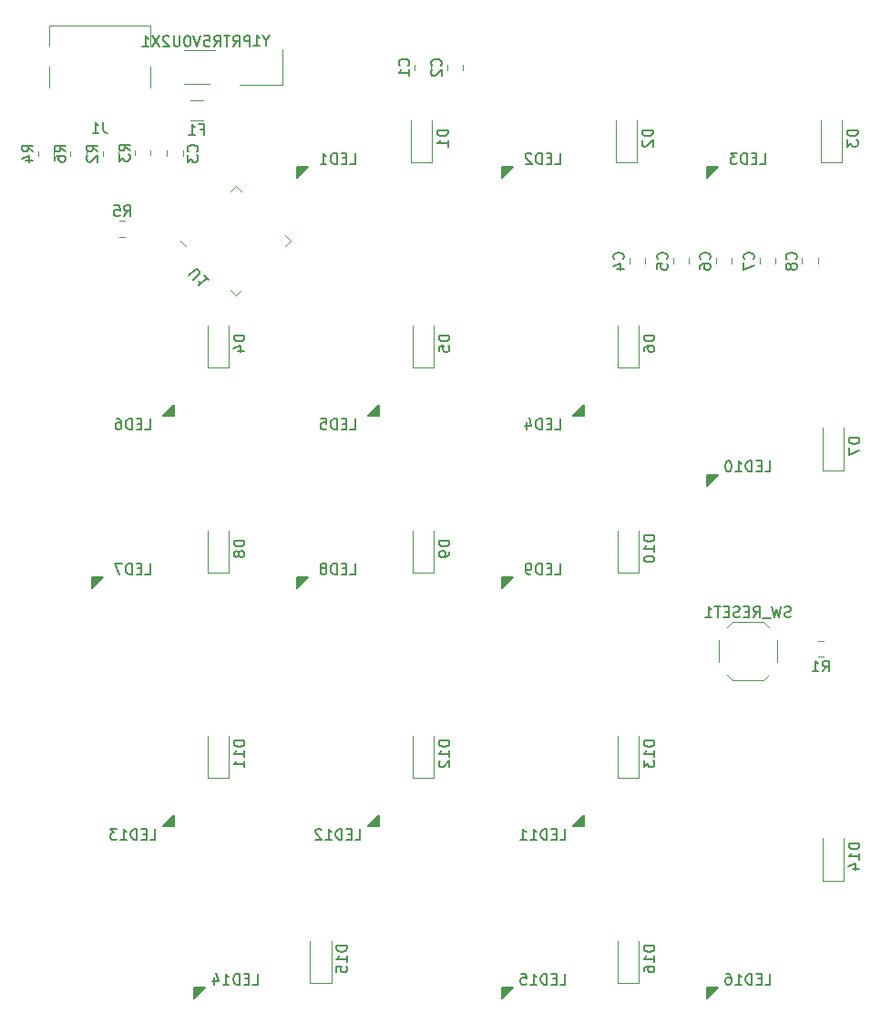
<source format=gbr>
G04 #@! TF.GenerationSoftware,KiCad,Pcbnew,(6.0.0)*
G04 #@! TF.CreationDate,2022-01-07T00:00:26+09:00*
G04 #@! TF.ProjectId,SkeletonNumPad,536b656c-6574-46f6-9e4e-756d5061642e,rev?*
G04 #@! TF.SameCoordinates,Original*
G04 #@! TF.FileFunction,Legend,Bot*
G04 #@! TF.FilePolarity,Positive*
%FSLAX46Y46*%
G04 Gerber Fmt 4.6, Leading zero omitted, Abs format (unit mm)*
G04 Created by KiCad (PCBNEW (6.0.0)) date 2022-01-07 00:00:26*
%MOMM*%
%LPD*%
G01*
G04 APERTURE LIST*
%ADD10C,0.150000*%
%ADD11C,0.120000*%
G04 APERTURE END LIST*
D10*
X77309047Y-55612380D02*
X77785238Y-55612380D01*
X77785238Y-54612380D01*
X76975714Y-55088571D02*
X76642380Y-55088571D01*
X76499523Y-55612380D02*
X76975714Y-55612380D01*
X76975714Y-54612380D01*
X76499523Y-54612380D01*
X76070952Y-55612380D02*
X76070952Y-54612380D01*
X75832857Y-54612380D01*
X75690000Y-54660000D01*
X75594761Y-54755238D01*
X75547142Y-54850476D01*
X75499523Y-55040952D01*
X75499523Y-55183809D01*
X75547142Y-55374285D01*
X75594761Y-55469523D01*
X75690000Y-55564761D01*
X75832857Y-55612380D01*
X76070952Y-55612380D01*
X74642380Y-54945714D02*
X74642380Y-55612380D01*
X74880476Y-54564761D02*
X75118571Y-55279047D01*
X74499523Y-55279047D01*
X49210238Y-107162380D02*
X49686428Y-107162380D01*
X49686428Y-106162380D01*
X48876904Y-106638571D02*
X48543571Y-106638571D01*
X48400714Y-107162380D02*
X48876904Y-107162380D01*
X48876904Y-106162380D01*
X48400714Y-106162380D01*
X47972142Y-107162380D02*
X47972142Y-106162380D01*
X47734047Y-106162380D01*
X47591190Y-106210000D01*
X47495952Y-106305238D01*
X47448333Y-106400476D01*
X47400714Y-106590952D01*
X47400714Y-106733809D01*
X47448333Y-106924285D01*
X47495952Y-107019523D01*
X47591190Y-107114761D01*
X47734047Y-107162380D01*
X47972142Y-107162380D01*
X46448333Y-107162380D02*
X47019761Y-107162380D01*
X46734047Y-107162380D02*
X46734047Y-106162380D01*
X46829285Y-106305238D01*
X46924523Y-106400476D01*
X47019761Y-106448095D01*
X45591190Y-106495714D02*
X45591190Y-107162380D01*
X45829285Y-106114761D02*
X46067380Y-106829047D01*
X45448333Y-106829047D01*
X86402380Y-27836904D02*
X85402380Y-27836904D01*
X85402380Y-28075000D01*
X85450000Y-28217857D01*
X85545238Y-28313095D01*
X85640476Y-28360714D01*
X85830952Y-28408333D01*
X85973809Y-28408333D01*
X86164285Y-28360714D01*
X86259523Y-28313095D01*
X86354761Y-28217857D01*
X86402380Y-28075000D01*
X86402380Y-27836904D01*
X85497619Y-28789285D02*
X85450000Y-28836904D01*
X85402380Y-28932142D01*
X85402380Y-29170238D01*
X85450000Y-29265476D01*
X85497619Y-29313095D01*
X85592857Y-29360714D01*
X85688095Y-29360714D01*
X85830952Y-29313095D01*
X86402380Y-28741666D01*
X86402380Y-29360714D01*
X39209047Y-55612380D02*
X39685238Y-55612380D01*
X39685238Y-54612380D01*
X38875714Y-55088571D02*
X38542380Y-55088571D01*
X38399523Y-55612380D02*
X38875714Y-55612380D01*
X38875714Y-54612380D01*
X38399523Y-54612380D01*
X37970952Y-55612380D02*
X37970952Y-54612380D01*
X37732857Y-54612380D01*
X37590000Y-54660000D01*
X37494761Y-54755238D01*
X37447142Y-54850476D01*
X37399523Y-55040952D01*
X37399523Y-55183809D01*
X37447142Y-55374285D01*
X37494761Y-55469523D01*
X37590000Y-55564761D01*
X37732857Y-55612380D01*
X37970952Y-55612380D01*
X36542380Y-54612380D02*
X36732857Y-54612380D01*
X36828095Y-54660000D01*
X36875714Y-54707619D01*
X36970952Y-54850476D01*
X37018571Y-55040952D01*
X37018571Y-55421904D01*
X36970952Y-55517142D01*
X36923333Y-55564761D01*
X36828095Y-55612380D01*
X36637619Y-55612380D01*
X36542380Y-55564761D01*
X36494761Y-55517142D01*
X36447142Y-55421904D01*
X36447142Y-55183809D01*
X36494761Y-55088571D01*
X36542380Y-55040952D01*
X36637619Y-54993333D01*
X36828095Y-54993333D01*
X36923333Y-55040952D01*
X36970952Y-55088571D01*
X37018571Y-55183809D01*
X99677142Y-39833333D02*
X99724761Y-39785714D01*
X99772380Y-39642857D01*
X99772380Y-39547619D01*
X99724761Y-39404761D01*
X99629523Y-39309523D01*
X99534285Y-39261904D01*
X99343809Y-39214285D01*
X99200952Y-39214285D01*
X99010476Y-39261904D01*
X98915238Y-39309523D01*
X98820000Y-39404761D01*
X98772380Y-39547619D01*
X98772380Y-39642857D01*
X98820000Y-39785714D01*
X98867619Y-39833333D01*
X99200952Y-40404761D02*
X99153333Y-40309523D01*
X99105714Y-40261904D01*
X99010476Y-40214285D01*
X98962857Y-40214285D01*
X98867619Y-40261904D01*
X98820000Y-40309523D01*
X98772380Y-40404761D01*
X98772380Y-40595238D01*
X98820000Y-40690476D01*
X98867619Y-40738095D01*
X98962857Y-40785714D01*
X99010476Y-40785714D01*
X99105714Y-40738095D01*
X99153333Y-40690476D01*
X99200952Y-40595238D01*
X99200952Y-40404761D01*
X99248571Y-40309523D01*
X99296190Y-40261904D01*
X99391428Y-40214285D01*
X99581904Y-40214285D01*
X99677142Y-40261904D01*
X99724761Y-40309523D01*
X99772380Y-40404761D01*
X99772380Y-40595238D01*
X99724761Y-40690476D01*
X99677142Y-40738095D01*
X99581904Y-40785714D01*
X99391428Y-40785714D01*
X99296190Y-40738095D01*
X99248571Y-40690476D01*
X99200952Y-40595238D01*
X77309047Y-69062380D02*
X77785238Y-69062380D01*
X77785238Y-68062380D01*
X76975714Y-68538571D02*
X76642380Y-68538571D01*
X76499523Y-69062380D02*
X76975714Y-69062380D01*
X76975714Y-68062380D01*
X76499523Y-68062380D01*
X76070952Y-69062380D02*
X76070952Y-68062380D01*
X75832857Y-68062380D01*
X75690000Y-68110000D01*
X75594761Y-68205238D01*
X75547142Y-68300476D01*
X75499523Y-68490952D01*
X75499523Y-68633809D01*
X75547142Y-68824285D01*
X75594761Y-68919523D01*
X75690000Y-69014761D01*
X75832857Y-69062380D01*
X76070952Y-69062380D01*
X75023333Y-69062380D02*
X74832857Y-69062380D01*
X74737619Y-69014761D01*
X74690000Y-68967142D01*
X74594761Y-68824285D01*
X74547142Y-68633809D01*
X74547142Y-68252857D01*
X74594761Y-68157619D01*
X74642380Y-68110000D01*
X74737619Y-68062380D01*
X74928095Y-68062380D01*
X75023333Y-68110000D01*
X75070952Y-68157619D01*
X75118571Y-68252857D01*
X75118571Y-68490952D01*
X75070952Y-68586190D01*
X75023333Y-68633809D01*
X74928095Y-68681428D01*
X74737619Y-68681428D01*
X74642380Y-68633809D01*
X74594761Y-68586190D01*
X74547142Y-68490952D01*
X67502380Y-46886904D02*
X66502380Y-46886904D01*
X66502380Y-47125000D01*
X66550000Y-47267857D01*
X66645238Y-47363095D01*
X66740476Y-47410714D01*
X66930952Y-47458333D01*
X67073809Y-47458333D01*
X67264285Y-47410714D01*
X67359523Y-47363095D01*
X67454761Y-47267857D01*
X67502380Y-47125000D01*
X67502380Y-46886904D01*
X66502380Y-48363095D02*
X66502380Y-47886904D01*
X66978571Y-47839285D01*
X66930952Y-47886904D01*
X66883333Y-47982142D01*
X66883333Y-48220238D01*
X66930952Y-48315476D01*
X66978571Y-48363095D01*
X67073809Y-48410714D01*
X67311904Y-48410714D01*
X67407142Y-48363095D01*
X67454761Y-48315476D01*
X67502380Y-48220238D01*
X67502380Y-47982142D01*
X67454761Y-47886904D01*
X67407142Y-47839285D01*
X66677142Y-21833333D02*
X66724761Y-21785714D01*
X66772380Y-21642857D01*
X66772380Y-21547619D01*
X66724761Y-21404761D01*
X66629523Y-21309523D01*
X66534285Y-21261904D01*
X66343809Y-21214285D01*
X66200952Y-21214285D01*
X66010476Y-21261904D01*
X65915238Y-21309523D01*
X65820000Y-21404761D01*
X65772380Y-21547619D01*
X65772380Y-21642857D01*
X65820000Y-21785714D01*
X65867619Y-21833333D01*
X65867619Y-22214285D02*
X65820000Y-22261904D01*
X65772380Y-22357142D01*
X65772380Y-22595238D01*
X65820000Y-22690476D01*
X65867619Y-22738095D01*
X65962857Y-22785714D01*
X66058095Y-22785714D01*
X66200952Y-22738095D01*
X66772380Y-22166666D01*
X66772380Y-22785714D01*
X86552380Y-84510714D02*
X85552380Y-84510714D01*
X85552380Y-84748809D01*
X85600000Y-84891666D01*
X85695238Y-84986904D01*
X85790476Y-85034523D01*
X85980952Y-85082142D01*
X86123809Y-85082142D01*
X86314285Y-85034523D01*
X86409523Y-84986904D01*
X86504761Y-84891666D01*
X86552380Y-84748809D01*
X86552380Y-84510714D01*
X86552380Y-86034523D02*
X86552380Y-85463095D01*
X86552380Y-85748809D02*
X85552380Y-85748809D01*
X85695238Y-85653571D01*
X85790476Y-85558333D01*
X85838095Y-85463095D01*
X85552380Y-86367857D02*
X85552380Y-86986904D01*
X85933333Y-86653571D01*
X85933333Y-86796428D01*
X85980952Y-86891666D01*
X86028571Y-86939285D01*
X86123809Y-86986904D01*
X86361904Y-86986904D01*
X86457142Y-86939285D01*
X86504761Y-86891666D01*
X86552380Y-86796428D01*
X86552380Y-86510714D01*
X86504761Y-86415476D01*
X86457142Y-86367857D01*
X77785238Y-107162380D02*
X78261428Y-107162380D01*
X78261428Y-106162380D01*
X77451904Y-106638571D02*
X77118571Y-106638571D01*
X76975714Y-107162380D02*
X77451904Y-107162380D01*
X77451904Y-106162380D01*
X76975714Y-106162380D01*
X76547142Y-107162380D02*
X76547142Y-106162380D01*
X76309047Y-106162380D01*
X76166190Y-106210000D01*
X76070952Y-106305238D01*
X76023333Y-106400476D01*
X75975714Y-106590952D01*
X75975714Y-106733809D01*
X76023333Y-106924285D01*
X76070952Y-107019523D01*
X76166190Y-107114761D01*
X76309047Y-107162380D01*
X76547142Y-107162380D01*
X75023333Y-107162380D02*
X75594761Y-107162380D01*
X75309047Y-107162380D02*
X75309047Y-106162380D01*
X75404285Y-106305238D01*
X75499523Y-106400476D01*
X75594761Y-106448095D01*
X74118571Y-106162380D02*
X74594761Y-106162380D01*
X74642380Y-106638571D01*
X74594761Y-106590952D01*
X74499523Y-106543333D01*
X74261428Y-106543333D01*
X74166190Y-106590952D01*
X74118571Y-106638571D01*
X74070952Y-106733809D01*
X74070952Y-106971904D01*
X74118571Y-107067142D01*
X74166190Y-107114761D01*
X74261428Y-107162380D01*
X74499523Y-107162380D01*
X74594761Y-107114761D01*
X74642380Y-107067142D01*
X28802380Y-29833333D02*
X28326190Y-29500000D01*
X28802380Y-29261904D02*
X27802380Y-29261904D01*
X27802380Y-29642857D01*
X27850000Y-29738095D01*
X27897619Y-29785714D01*
X27992857Y-29833333D01*
X28135714Y-29833333D01*
X28230952Y-29785714D01*
X28278571Y-29738095D01*
X28326190Y-29642857D01*
X28326190Y-29261904D01*
X28135714Y-30690476D02*
X28802380Y-30690476D01*
X27754761Y-30452380D02*
X28469047Y-30214285D01*
X28469047Y-30833333D01*
X37802380Y-29745833D02*
X37326190Y-29412500D01*
X37802380Y-29174404D02*
X36802380Y-29174404D01*
X36802380Y-29555357D01*
X36850000Y-29650595D01*
X36897619Y-29698214D01*
X36992857Y-29745833D01*
X37135714Y-29745833D01*
X37230952Y-29698214D01*
X37278571Y-29650595D01*
X37326190Y-29555357D01*
X37326190Y-29174404D01*
X36802380Y-30079166D02*
X36802380Y-30698214D01*
X37183333Y-30364880D01*
X37183333Y-30507738D01*
X37230952Y-30602976D01*
X37278571Y-30650595D01*
X37373809Y-30698214D01*
X37611904Y-30698214D01*
X37707142Y-30650595D01*
X37754761Y-30602976D01*
X37802380Y-30507738D01*
X37802380Y-30222023D01*
X37754761Y-30126785D01*
X37707142Y-30079166D01*
X99226190Y-73004761D02*
X99083333Y-73052380D01*
X98845238Y-73052380D01*
X98750000Y-73004761D01*
X98702380Y-72957142D01*
X98654761Y-72861904D01*
X98654761Y-72766666D01*
X98702380Y-72671428D01*
X98750000Y-72623809D01*
X98845238Y-72576190D01*
X99035714Y-72528571D01*
X99130952Y-72480952D01*
X99178571Y-72433333D01*
X99226190Y-72338095D01*
X99226190Y-72242857D01*
X99178571Y-72147619D01*
X99130952Y-72100000D01*
X99035714Y-72052380D01*
X98797619Y-72052380D01*
X98654761Y-72100000D01*
X98321428Y-72052380D02*
X98083333Y-73052380D01*
X97892857Y-72338095D01*
X97702380Y-73052380D01*
X97464285Y-72052380D01*
X97321428Y-73147619D02*
X96559523Y-73147619D01*
X95750000Y-73052380D02*
X96083333Y-72576190D01*
X96321428Y-73052380D02*
X96321428Y-72052380D01*
X95940476Y-72052380D01*
X95845238Y-72100000D01*
X95797619Y-72147619D01*
X95750000Y-72242857D01*
X95750000Y-72385714D01*
X95797619Y-72480952D01*
X95845238Y-72528571D01*
X95940476Y-72576190D01*
X96321428Y-72576190D01*
X95321428Y-72528571D02*
X94988095Y-72528571D01*
X94845238Y-73052380D02*
X95321428Y-73052380D01*
X95321428Y-72052380D01*
X94845238Y-72052380D01*
X94464285Y-73004761D02*
X94321428Y-73052380D01*
X94083333Y-73052380D01*
X93988095Y-73004761D01*
X93940476Y-72957142D01*
X93892857Y-72861904D01*
X93892857Y-72766666D01*
X93940476Y-72671428D01*
X93988095Y-72623809D01*
X94083333Y-72576190D01*
X94273809Y-72528571D01*
X94369047Y-72480952D01*
X94416666Y-72433333D01*
X94464285Y-72338095D01*
X94464285Y-72242857D01*
X94416666Y-72147619D01*
X94369047Y-72100000D01*
X94273809Y-72052380D01*
X94035714Y-72052380D01*
X93892857Y-72100000D01*
X93464285Y-72528571D02*
X93130952Y-72528571D01*
X92988095Y-73052380D02*
X93464285Y-73052380D01*
X93464285Y-72052380D01*
X92988095Y-72052380D01*
X92702380Y-72052380D02*
X92130952Y-72052380D01*
X92416666Y-73052380D02*
X92416666Y-72052380D01*
X91273809Y-73052380D02*
X91845238Y-73052380D01*
X91559523Y-73052380D02*
X91559523Y-72052380D01*
X91654761Y-72195238D01*
X91750000Y-72290476D01*
X91845238Y-72338095D01*
X91677142Y-39833333D02*
X91724761Y-39785714D01*
X91772380Y-39642857D01*
X91772380Y-39547619D01*
X91724761Y-39404761D01*
X91629523Y-39309523D01*
X91534285Y-39261904D01*
X91343809Y-39214285D01*
X91200952Y-39214285D01*
X91010476Y-39261904D01*
X90915238Y-39309523D01*
X90820000Y-39404761D01*
X90772380Y-39547619D01*
X90772380Y-39642857D01*
X90820000Y-39785714D01*
X90867619Y-39833333D01*
X90772380Y-40690476D02*
X90772380Y-40500000D01*
X90820000Y-40404761D01*
X90867619Y-40357142D01*
X91010476Y-40261904D01*
X91200952Y-40214285D01*
X91581904Y-40214285D01*
X91677142Y-40261904D01*
X91724761Y-40309523D01*
X91772380Y-40404761D01*
X91772380Y-40595238D01*
X91724761Y-40690476D01*
X91677142Y-40738095D01*
X91581904Y-40785714D01*
X91343809Y-40785714D01*
X91248571Y-40738095D01*
X91200952Y-40690476D01*
X91153333Y-40595238D01*
X91153333Y-40404761D01*
X91200952Y-40309523D01*
X91248571Y-40261904D01*
X91343809Y-40214285D01*
X50476190Y-19526190D02*
X50476190Y-20002380D01*
X50809523Y-19002380D02*
X50476190Y-19526190D01*
X50142857Y-19002380D01*
X49285714Y-20002380D02*
X49857142Y-20002380D01*
X49571428Y-20002380D02*
X49571428Y-19002380D01*
X49666666Y-19145238D01*
X49761904Y-19240476D01*
X49857142Y-19288095D01*
X31802380Y-29833333D02*
X31326190Y-29500000D01*
X31802380Y-29261904D02*
X30802380Y-29261904D01*
X30802380Y-29642857D01*
X30850000Y-29738095D01*
X30897619Y-29785714D01*
X30992857Y-29833333D01*
X31135714Y-29833333D01*
X31230952Y-29785714D01*
X31278571Y-29738095D01*
X31326190Y-29642857D01*
X31326190Y-29261904D01*
X30802380Y-30690476D02*
X30802380Y-30500000D01*
X30850000Y-30404761D01*
X30897619Y-30357142D01*
X31040476Y-30261904D01*
X31230952Y-30214285D01*
X31611904Y-30214285D01*
X31707142Y-30261904D01*
X31754761Y-30309523D01*
X31802380Y-30404761D01*
X31802380Y-30595238D01*
X31754761Y-30690476D01*
X31707142Y-30738095D01*
X31611904Y-30785714D01*
X31373809Y-30785714D01*
X31278571Y-30738095D01*
X31230952Y-30690476D01*
X31183333Y-30595238D01*
X31183333Y-30404761D01*
X31230952Y-30309523D01*
X31278571Y-30261904D01*
X31373809Y-30214285D01*
X105602380Y-56411904D02*
X104602380Y-56411904D01*
X104602380Y-56650000D01*
X104650000Y-56792857D01*
X104745238Y-56888095D01*
X104840476Y-56935714D01*
X105030952Y-56983333D01*
X105173809Y-56983333D01*
X105364285Y-56935714D01*
X105459523Y-56888095D01*
X105554761Y-56792857D01*
X105602380Y-56650000D01*
X105602380Y-56411904D01*
X104602380Y-57316666D02*
X104602380Y-57983333D01*
X105602380Y-57554761D01*
X86552380Y-65460714D02*
X85552380Y-65460714D01*
X85552380Y-65698809D01*
X85600000Y-65841666D01*
X85695238Y-65936904D01*
X85790476Y-65984523D01*
X85980952Y-66032142D01*
X86123809Y-66032142D01*
X86314285Y-65984523D01*
X86409523Y-65936904D01*
X86504761Y-65841666D01*
X86552380Y-65698809D01*
X86552380Y-65460714D01*
X86552380Y-66984523D02*
X86552380Y-66413095D01*
X86552380Y-66698809D02*
X85552380Y-66698809D01*
X85695238Y-66603571D01*
X85790476Y-66508333D01*
X85838095Y-66413095D01*
X85552380Y-67603571D02*
X85552380Y-67698809D01*
X85600000Y-67794047D01*
X85647619Y-67841666D01*
X85742857Y-67889285D01*
X85933333Y-67936904D01*
X86171428Y-67936904D01*
X86361904Y-67889285D01*
X86457142Y-67841666D01*
X86504761Y-67794047D01*
X86552380Y-67698809D01*
X86552380Y-67603571D01*
X86504761Y-67508333D01*
X86457142Y-67460714D01*
X86361904Y-67413095D01*
X86171428Y-67365476D01*
X85933333Y-67365476D01*
X85742857Y-67413095D01*
X85647619Y-67460714D01*
X85600000Y-67508333D01*
X85552380Y-67603571D01*
X57977380Y-103560714D02*
X56977380Y-103560714D01*
X56977380Y-103798809D01*
X57025000Y-103941666D01*
X57120238Y-104036904D01*
X57215476Y-104084523D01*
X57405952Y-104132142D01*
X57548809Y-104132142D01*
X57739285Y-104084523D01*
X57834523Y-104036904D01*
X57929761Y-103941666D01*
X57977380Y-103798809D01*
X57977380Y-103560714D01*
X57977380Y-105084523D02*
X57977380Y-104513095D01*
X57977380Y-104798809D02*
X56977380Y-104798809D01*
X57120238Y-104703571D01*
X57215476Y-104608333D01*
X57263095Y-104513095D01*
X56977380Y-105989285D02*
X56977380Y-105513095D01*
X57453571Y-105465476D01*
X57405952Y-105513095D01*
X57358333Y-105608333D01*
X57358333Y-105846428D01*
X57405952Y-105941666D01*
X57453571Y-105989285D01*
X57548809Y-106036904D01*
X57786904Y-106036904D01*
X57882142Y-105989285D01*
X57929761Y-105941666D01*
X57977380Y-105846428D01*
X57977380Y-105608333D01*
X57929761Y-105513095D01*
X57882142Y-105465476D01*
X77785238Y-93712380D02*
X78261428Y-93712380D01*
X78261428Y-92712380D01*
X77451904Y-93188571D02*
X77118571Y-93188571D01*
X76975714Y-93712380D02*
X77451904Y-93712380D01*
X77451904Y-92712380D01*
X76975714Y-92712380D01*
X76547142Y-93712380D02*
X76547142Y-92712380D01*
X76309047Y-92712380D01*
X76166190Y-92760000D01*
X76070952Y-92855238D01*
X76023333Y-92950476D01*
X75975714Y-93140952D01*
X75975714Y-93283809D01*
X76023333Y-93474285D01*
X76070952Y-93569523D01*
X76166190Y-93664761D01*
X76309047Y-93712380D01*
X76547142Y-93712380D01*
X75023333Y-93712380D02*
X75594761Y-93712380D01*
X75309047Y-93712380D02*
X75309047Y-92712380D01*
X75404285Y-92855238D01*
X75499523Y-92950476D01*
X75594761Y-92998095D01*
X74070952Y-93712380D02*
X74642380Y-93712380D01*
X74356666Y-93712380D02*
X74356666Y-92712380D01*
X74451904Y-92855238D01*
X74547142Y-92950476D01*
X74642380Y-92998095D01*
X44037142Y-29833333D02*
X44084761Y-29785714D01*
X44132380Y-29642857D01*
X44132380Y-29547619D01*
X44084761Y-29404761D01*
X43989523Y-29309523D01*
X43894285Y-29261904D01*
X43703809Y-29214285D01*
X43560952Y-29214285D01*
X43370476Y-29261904D01*
X43275238Y-29309523D01*
X43180000Y-29404761D01*
X43132380Y-29547619D01*
X43132380Y-29642857D01*
X43180000Y-29785714D01*
X43227619Y-29833333D01*
X43132380Y-30166666D02*
X43132380Y-30785714D01*
X43513333Y-30452380D01*
X43513333Y-30595238D01*
X43560952Y-30690476D01*
X43608571Y-30738095D01*
X43703809Y-30785714D01*
X43941904Y-30785714D01*
X44037142Y-30738095D01*
X44084761Y-30690476D01*
X44132380Y-30595238D01*
X44132380Y-30309523D01*
X44084761Y-30214285D01*
X44037142Y-30166666D01*
X105602380Y-94035714D02*
X104602380Y-94035714D01*
X104602380Y-94273809D01*
X104650000Y-94416666D01*
X104745238Y-94511904D01*
X104840476Y-94559523D01*
X105030952Y-94607142D01*
X105173809Y-94607142D01*
X105364285Y-94559523D01*
X105459523Y-94511904D01*
X105554761Y-94416666D01*
X105602380Y-94273809D01*
X105602380Y-94035714D01*
X105602380Y-95559523D02*
X105602380Y-94988095D01*
X105602380Y-95273809D02*
X104602380Y-95273809D01*
X104745238Y-95178571D01*
X104840476Y-95083333D01*
X104888095Y-94988095D01*
X104935714Y-96416666D02*
X105602380Y-96416666D01*
X104554761Y-96178571D02*
X105269047Y-95940476D01*
X105269047Y-96559523D01*
X48452380Y-84510714D02*
X47452380Y-84510714D01*
X47452380Y-84748809D01*
X47500000Y-84891666D01*
X47595238Y-84986904D01*
X47690476Y-85034523D01*
X47880952Y-85082142D01*
X48023809Y-85082142D01*
X48214285Y-85034523D01*
X48309523Y-84986904D01*
X48404761Y-84891666D01*
X48452380Y-84748809D01*
X48452380Y-84510714D01*
X48452380Y-86034523D02*
X48452380Y-85463095D01*
X48452380Y-85748809D02*
X47452380Y-85748809D01*
X47595238Y-85653571D01*
X47690476Y-85558333D01*
X47738095Y-85463095D01*
X48452380Y-86986904D02*
X48452380Y-86415476D01*
X48452380Y-86701190D02*
X47452380Y-86701190D01*
X47595238Y-86605952D01*
X47690476Y-86510714D01*
X47738095Y-86415476D01*
X48452380Y-46886904D02*
X47452380Y-46886904D01*
X47452380Y-47125000D01*
X47500000Y-47267857D01*
X47595238Y-47363095D01*
X47690476Y-47410714D01*
X47880952Y-47458333D01*
X48023809Y-47458333D01*
X48214285Y-47410714D01*
X48309523Y-47363095D01*
X48404761Y-47267857D01*
X48452380Y-47125000D01*
X48452380Y-46886904D01*
X47785714Y-48315476D02*
X48452380Y-48315476D01*
X47404761Y-48077380D02*
X48119047Y-47839285D01*
X48119047Y-48458333D01*
X63677142Y-21833333D02*
X63724761Y-21785714D01*
X63772380Y-21642857D01*
X63772380Y-21547619D01*
X63724761Y-21404761D01*
X63629523Y-21309523D01*
X63534285Y-21261904D01*
X63343809Y-21214285D01*
X63200952Y-21214285D01*
X63010476Y-21261904D01*
X62915238Y-21309523D01*
X62820000Y-21404761D01*
X62772380Y-21547619D01*
X62772380Y-21642857D01*
X62820000Y-21785714D01*
X62867619Y-21833333D01*
X63772380Y-22785714D02*
X63772380Y-22214285D01*
X63772380Y-22500000D02*
X62772380Y-22500000D01*
X62915238Y-22404761D01*
X63010476Y-22309523D01*
X63058095Y-22214285D01*
X102166666Y-78102380D02*
X102500000Y-77626190D01*
X102738095Y-78102380D02*
X102738095Y-77102380D01*
X102357142Y-77102380D01*
X102261904Y-77150000D01*
X102214285Y-77197619D01*
X102166666Y-77292857D01*
X102166666Y-77435714D01*
X102214285Y-77530952D01*
X102261904Y-77578571D01*
X102357142Y-77626190D01*
X102738095Y-77626190D01*
X101214285Y-78102380D02*
X101785714Y-78102380D01*
X101500000Y-78102380D02*
X101500000Y-77102380D01*
X101595238Y-77245238D01*
X101690476Y-77340476D01*
X101785714Y-77388095D01*
X105452380Y-27836904D02*
X104452380Y-27836904D01*
X104452380Y-28075000D01*
X104500000Y-28217857D01*
X104595238Y-28313095D01*
X104690476Y-28360714D01*
X104880952Y-28408333D01*
X105023809Y-28408333D01*
X105214285Y-28360714D01*
X105309523Y-28313095D01*
X105404761Y-28217857D01*
X105452380Y-28075000D01*
X105452380Y-27836904D01*
X104452380Y-28741666D02*
X104452380Y-29360714D01*
X104833333Y-29027380D01*
X104833333Y-29170238D01*
X104880952Y-29265476D01*
X104928571Y-29313095D01*
X105023809Y-29360714D01*
X105261904Y-29360714D01*
X105357142Y-29313095D01*
X105404761Y-29265476D01*
X105452380Y-29170238D01*
X105452380Y-28884523D01*
X105404761Y-28789285D01*
X105357142Y-28741666D01*
X83627142Y-39833333D02*
X83674761Y-39785714D01*
X83722380Y-39642857D01*
X83722380Y-39547619D01*
X83674761Y-39404761D01*
X83579523Y-39309523D01*
X83484285Y-39261904D01*
X83293809Y-39214285D01*
X83150952Y-39214285D01*
X82960476Y-39261904D01*
X82865238Y-39309523D01*
X82770000Y-39404761D01*
X82722380Y-39547619D01*
X82722380Y-39642857D01*
X82770000Y-39785714D01*
X82817619Y-39833333D01*
X83055714Y-40690476D02*
X83722380Y-40690476D01*
X82674761Y-40452380D02*
X83389047Y-40214285D01*
X83389047Y-40833333D01*
X95727142Y-39833333D02*
X95774761Y-39785714D01*
X95822380Y-39642857D01*
X95822380Y-39547619D01*
X95774761Y-39404761D01*
X95679523Y-39309523D01*
X95584285Y-39261904D01*
X95393809Y-39214285D01*
X95250952Y-39214285D01*
X95060476Y-39261904D01*
X94965238Y-39309523D01*
X94870000Y-39404761D01*
X94822380Y-39547619D01*
X94822380Y-39642857D01*
X94870000Y-39785714D01*
X94917619Y-39833333D01*
X94822380Y-40166666D02*
X94822380Y-40833333D01*
X95822380Y-40404761D01*
X67502380Y-84510714D02*
X66502380Y-84510714D01*
X66502380Y-84748809D01*
X66550000Y-84891666D01*
X66645238Y-84986904D01*
X66740476Y-85034523D01*
X66930952Y-85082142D01*
X67073809Y-85082142D01*
X67264285Y-85034523D01*
X67359523Y-84986904D01*
X67454761Y-84891666D01*
X67502380Y-84748809D01*
X67502380Y-84510714D01*
X67502380Y-86034523D02*
X67502380Y-85463095D01*
X67502380Y-85748809D02*
X66502380Y-85748809D01*
X66645238Y-85653571D01*
X66740476Y-85558333D01*
X66788095Y-85463095D01*
X66597619Y-86415476D02*
X66550000Y-86463095D01*
X66502380Y-86558333D01*
X66502380Y-86796428D01*
X66550000Y-86891666D01*
X66597619Y-86939285D01*
X66692857Y-86986904D01*
X66788095Y-86986904D01*
X66930952Y-86939285D01*
X67502380Y-86367857D01*
X67502380Y-86986904D01*
X67352380Y-27836904D02*
X66352380Y-27836904D01*
X66352380Y-28075000D01*
X66400000Y-28217857D01*
X66495238Y-28313095D01*
X66590476Y-28360714D01*
X66780952Y-28408333D01*
X66923809Y-28408333D01*
X67114285Y-28360714D01*
X67209523Y-28313095D01*
X67304761Y-28217857D01*
X67352380Y-28075000D01*
X67352380Y-27836904D01*
X67352380Y-29360714D02*
X67352380Y-28789285D01*
X67352380Y-29075000D02*
X66352380Y-29075000D01*
X66495238Y-28979761D01*
X66590476Y-28884523D01*
X66638095Y-28789285D01*
X48452380Y-65936904D02*
X47452380Y-65936904D01*
X47452380Y-66175000D01*
X47500000Y-66317857D01*
X47595238Y-66413095D01*
X47690476Y-66460714D01*
X47880952Y-66508333D01*
X48023809Y-66508333D01*
X48214285Y-66460714D01*
X48309523Y-66413095D01*
X48404761Y-66317857D01*
X48452380Y-66175000D01*
X48452380Y-65936904D01*
X47880952Y-67079761D02*
X47833333Y-66984523D01*
X47785714Y-66936904D01*
X47690476Y-66889285D01*
X47642857Y-66889285D01*
X47547619Y-66936904D01*
X47500000Y-66984523D01*
X47452380Y-67079761D01*
X47452380Y-67270238D01*
X47500000Y-67365476D01*
X47547619Y-67413095D01*
X47642857Y-67460714D01*
X47690476Y-67460714D01*
X47785714Y-67413095D01*
X47833333Y-67365476D01*
X47880952Y-67270238D01*
X47880952Y-67079761D01*
X47928571Y-66984523D01*
X47976190Y-66936904D01*
X48071428Y-66889285D01*
X48261904Y-66889285D01*
X48357142Y-66936904D01*
X48404761Y-66984523D01*
X48452380Y-67079761D01*
X48452380Y-67270238D01*
X48404761Y-67365476D01*
X48357142Y-67413095D01*
X48261904Y-67460714D01*
X48071428Y-67460714D01*
X47976190Y-67413095D01*
X47928571Y-67365476D01*
X47880952Y-67270238D01*
X48956190Y-20072380D02*
X48956190Y-19072380D01*
X48575238Y-19072380D01*
X48480000Y-19120000D01*
X48432380Y-19167619D01*
X48384761Y-19262857D01*
X48384761Y-19405714D01*
X48432380Y-19500952D01*
X48480000Y-19548571D01*
X48575238Y-19596190D01*
X48956190Y-19596190D01*
X47384761Y-20072380D02*
X47718095Y-19596190D01*
X47956190Y-20072380D02*
X47956190Y-19072380D01*
X47575238Y-19072380D01*
X47480000Y-19120000D01*
X47432380Y-19167619D01*
X47384761Y-19262857D01*
X47384761Y-19405714D01*
X47432380Y-19500952D01*
X47480000Y-19548571D01*
X47575238Y-19596190D01*
X47956190Y-19596190D01*
X47099047Y-19072380D02*
X46527619Y-19072380D01*
X46813333Y-20072380D02*
X46813333Y-19072380D01*
X45622857Y-20072380D02*
X45956190Y-19596190D01*
X46194285Y-20072380D02*
X46194285Y-19072380D01*
X45813333Y-19072380D01*
X45718095Y-19120000D01*
X45670476Y-19167619D01*
X45622857Y-19262857D01*
X45622857Y-19405714D01*
X45670476Y-19500952D01*
X45718095Y-19548571D01*
X45813333Y-19596190D01*
X46194285Y-19596190D01*
X44718095Y-19072380D02*
X45194285Y-19072380D01*
X45241904Y-19548571D01*
X45194285Y-19500952D01*
X45099047Y-19453333D01*
X44860952Y-19453333D01*
X44765714Y-19500952D01*
X44718095Y-19548571D01*
X44670476Y-19643809D01*
X44670476Y-19881904D01*
X44718095Y-19977142D01*
X44765714Y-20024761D01*
X44860952Y-20072380D01*
X45099047Y-20072380D01*
X45194285Y-20024761D01*
X45241904Y-19977142D01*
X44384761Y-19072380D02*
X44051428Y-20072380D01*
X43718095Y-19072380D01*
X43194285Y-19072380D02*
X43099047Y-19072380D01*
X43003809Y-19120000D01*
X42956190Y-19167619D01*
X42908571Y-19262857D01*
X42860952Y-19453333D01*
X42860952Y-19691428D01*
X42908571Y-19881904D01*
X42956190Y-19977142D01*
X43003809Y-20024761D01*
X43099047Y-20072380D01*
X43194285Y-20072380D01*
X43289523Y-20024761D01*
X43337142Y-19977142D01*
X43384761Y-19881904D01*
X43432380Y-19691428D01*
X43432380Y-19453333D01*
X43384761Y-19262857D01*
X43337142Y-19167619D01*
X43289523Y-19120000D01*
X43194285Y-19072380D01*
X42432380Y-19072380D02*
X42432380Y-19881904D01*
X42384761Y-19977142D01*
X42337142Y-20024761D01*
X42241904Y-20072380D01*
X42051428Y-20072380D01*
X41956190Y-20024761D01*
X41908571Y-19977142D01*
X41860952Y-19881904D01*
X41860952Y-19072380D01*
X41432380Y-19167619D02*
X41384761Y-19120000D01*
X41289523Y-19072380D01*
X41051428Y-19072380D01*
X40956190Y-19120000D01*
X40908571Y-19167619D01*
X40860952Y-19262857D01*
X40860952Y-19358095D01*
X40908571Y-19500952D01*
X41480000Y-20072380D01*
X40860952Y-20072380D01*
X40527619Y-19072380D02*
X39860952Y-20072380D01*
X39860952Y-19072380D02*
X40527619Y-20072380D01*
X38956190Y-20072380D02*
X39527619Y-20072380D01*
X39241904Y-20072380D02*
X39241904Y-19072380D01*
X39337142Y-19215238D01*
X39432380Y-19310476D01*
X39527619Y-19358095D01*
X96835238Y-107162380D02*
X97311428Y-107162380D01*
X97311428Y-106162380D01*
X96501904Y-106638571D02*
X96168571Y-106638571D01*
X96025714Y-107162380D02*
X96501904Y-107162380D01*
X96501904Y-106162380D01*
X96025714Y-106162380D01*
X95597142Y-107162380D02*
X95597142Y-106162380D01*
X95359047Y-106162380D01*
X95216190Y-106210000D01*
X95120952Y-106305238D01*
X95073333Y-106400476D01*
X95025714Y-106590952D01*
X95025714Y-106733809D01*
X95073333Y-106924285D01*
X95120952Y-107019523D01*
X95216190Y-107114761D01*
X95359047Y-107162380D01*
X95597142Y-107162380D01*
X94073333Y-107162380D02*
X94644761Y-107162380D01*
X94359047Y-107162380D02*
X94359047Y-106162380D01*
X94454285Y-106305238D01*
X94549523Y-106400476D01*
X94644761Y-106448095D01*
X93216190Y-106162380D02*
X93406666Y-106162380D01*
X93501904Y-106210000D01*
X93549523Y-106257619D01*
X93644761Y-106400476D01*
X93692380Y-106590952D01*
X93692380Y-106971904D01*
X93644761Y-107067142D01*
X93597142Y-107114761D01*
X93501904Y-107162380D01*
X93311428Y-107162380D01*
X93216190Y-107114761D01*
X93168571Y-107067142D01*
X93120952Y-106971904D01*
X93120952Y-106733809D01*
X93168571Y-106638571D01*
X93216190Y-106590952D01*
X93311428Y-106543333D01*
X93501904Y-106543333D01*
X93597142Y-106590952D01*
X93644761Y-106638571D01*
X93692380Y-106733809D01*
X37254166Y-35802380D02*
X37587500Y-35326190D01*
X37825595Y-35802380D02*
X37825595Y-34802380D01*
X37444642Y-34802380D01*
X37349404Y-34850000D01*
X37301785Y-34897619D01*
X37254166Y-34992857D01*
X37254166Y-35135714D01*
X37301785Y-35230952D01*
X37349404Y-35278571D01*
X37444642Y-35326190D01*
X37825595Y-35326190D01*
X36349404Y-34802380D02*
X36825595Y-34802380D01*
X36873214Y-35278571D01*
X36825595Y-35230952D01*
X36730357Y-35183333D01*
X36492261Y-35183333D01*
X36397023Y-35230952D01*
X36349404Y-35278571D01*
X36301785Y-35373809D01*
X36301785Y-35611904D01*
X36349404Y-35707142D01*
X36397023Y-35754761D01*
X36492261Y-35802380D01*
X36730357Y-35802380D01*
X36825595Y-35754761D01*
X36873214Y-35707142D01*
X39685238Y-93712380D02*
X40161428Y-93712380D01*
X40161428Y-92712380D01*
X39351904Y-93188571D02*
X39018571Y-93188571D01*
X38875714Y-93712380D02*
X39351904Y-93712380D01*
X39351904Y-92712380D01*
X38875714Y-92712380D01*
X38447142Y-93712380D02*
X38447142Y-92712380D01*
X38209047Y-92712380D01*
X38066190Y-92760000D01*
X37970952Y-92855238D01*
X37923333Y-92950476D01*
X37875714Y-93140952D01*
X37875714Y-93283809D01*
X37923333Y-93474285D01*
X37970952Y-93569523D01*
X38066190Y-93664761D01*
X38209047Y-93712380D01*
X38447142Y-93712380D01*
X36923333Y-93712380D02*
X37494761Y-93712380D01*
X37209047Y-93712380D02*
X37209047Y-92712380D01*
X37304285Y-92855238D01*
X37399523Y-92950476D01*
X37494761Y-92998095D01*
X36590000Y-92712380D02*
X35970952Y-92712380D01*
X36304285Y-93093333D01*
X36161428Y-93093333D01*
X36066190Y-93140952D01*
X36018571Y-93188571D01*
X35970952Y-93283809D01*
X35970952Y-93521904D01*
X36018571Y-93617142D01*
X36066190Y-93664761D01*
X36161428Y-93712380D01*
X36447142Y-93712380D01*
X36542380Y-93664761D01*
X36590000Y-93617142D01*
X34802380Y-29833333D02*
X34326190Y-29500000D01*
X34802380Y-29261904D02*
X33802380Y-29261904D01*
X33802380Y-29642857D01*
X33850000Y-29738095D01*
X33897619Y-29785714D01*
X33992857Y-29833333D01*
X34135714Y-29833333D01*
X34230952Y-29785714D01*
X34278571Y-29738095D01*
X34326190Y-29642857D01*
X34326190Y-29261904D01*
X33897619Y-30214285D02*
X33850000Y-30261904D01*
X33802380Y-30357142D01*
X33802380Y-30595238D01*
X33850000Y-30690476D01*
X33897619Y-30738095D01*
X33992857Y-30785714D01*
X34088095Y-30785714D01*
X34230952Y-30738095D01*
X34802380Y-30166666D01*
X34802380Y-30785714D01*
X58735238Y-93712380D02*
X59211428Y-93712380D01*
X59211428Y-92712380D01*
X58401904Y-93188571D02*
X58068571Y-93188571D01*
X57925714Y-93712380D02*
X58401904Y-93712380D01*
X58401904Y-92712380D01*
X57925714Y-92712380D01*
X57497142Y-93712380D02*
X57497142Y-92712380D01*
X57259047Y-92712380D01*
X57116190Y-92760000D01*
X57020952Y-92855238D01*
X56973333Y-92950476D01*
X56925714Y-93140952D01*
X56925714Y-93283809D01*
X56973333Y-93474285D01*
X57020952Y-93569523D01*
X57116190Y-93664761D01*
X57259047Y-93712380D01*
X57497142Y-93712380D01*
X55973333Y-93712380D02*
X56544761Y-93712380D01*
X56259047Y-93712380D02*
X56259047Y-92712380D01*
X56354285Y-92855238D01*
X56449523Y-92950476D01*
X56544761Y-92998095D01*
X55592380Y-92807619D02*
X55544761Y-92760000D01*
X55449523Y-92712380D01*
X55211428Y-92712380D01*
X55116190Y-92760000D01*
X55068571Y-92807619D01*
X55020952Y-92902857D01*
X55020952Y-92998095D01*
X55068571Y-93140952D01*
X55640000Y-93712380D01*
X55020952Y-93712380D01*
X87677142Y-39833333D02*
X87724761Y-39785714D01*
X87772380Y-39642857D01*
X87772380Y-39547619D01*
X87724761Y-39404761D01*
X87629523Y-39309523D01*
X87534285Y-39261904D01*
X87343809Y-39214285D01*
X87200952Y-39214285D01*
X87010476Y-39261904D01*
X86915238Y-39309523D01*
X86820000Y-39404761D01*
X86772380Y-39547619D01*
X86772380Y-39642857D01*
X86820000Y-39785714D01*
X86867619Y-39833333D01*
X86772380Y-40738095D02*
X86772380Y-40261904D01*
X87248571Y-40214285D01*
X87200952Y-40261904D01*
X87153333Y-40357142D01*
X87153333Y-40595238D01*
X87200952Y-40690476D01*
X87248571Y-40738095D01*
X87343809Y-40785714D01*
X87581904Y-40785714D01*
X87677142Y-40738095D01*
X87724761Y-40690476D01*
X87772380Y-40595238D01*
X87772380Y-40357142D01*
X87724761Y-40261904D01*
X87677142Y-40214285D01*
X58259047Y-69062380D02*
X58735238Y-69062380D01*
X58735238Y-68062380D01*
X57925714Y-68538571D02*
X57592380Y-68538571D01*
X57449523Y-69062380D02*
X57925714Y-69062380D01*
X57925714Y-68062380D01*
X57449523Y-68062380D01*
X57020952Y-69062380D02*
X57020952Y-68062380D01*
X56782857Y-68062380D01*
X56640000Y-68110000D01*
X56544761Y-68205238D01*
X56497142Y-68300476D01*
X56449523Y-68490952D01*
X56449523Y-68633809D01*
X56497142Y-68824285D01*
X56544761Y-68919523D01*
X56640000Y-69014761D01*
X56782857Y-69062380D01*
X57020952Y-69062380D01*
X55878095Y-68490952D02*
X55973333Y-68443333D01*
X56020952Y-68395714D01*
X56068571Y-68300476D01*
X56068571Y-68252857D01*
X56020952Y-68157619D01*
X55973333Y-68110000D01*
X55878095Y-68062380D01*
X55687619Y-68062380D01*
X55592380Y-68110000D01*
X55544761Y-68157619D01*
X55497142Y-68252857D01*
X55497142Y-68300476D01*
X55544761Y-68395714D01*
X55592380Y-68443333D01*
X55687619Y-68490952D01*
X55878095Y-68490952D01*
X55973333Y-68538571D01*
X56020952Y-68586190D01*
X56068571Y-68681428D01*
X56068571Y-68871904D01*
X56020952Y-68967142D01*
X55973333Y-69014761D01*
X55878095Y-69062380D01*
X55687619Y-69062380D01*
X55592380Y-69014761D01*
X55544761Y-68967142D01*
X55497142Y-68871904D01*
X55497142Y-68681428D01*
X55544761Y-68586190D01*
X55592380Y-68538571D01*
X55687619Y-68490952D01*
X44333333Y-27748571D02*
X44666666Y-27748571D01*
X44666666Y-28272380D02*
X44666666Y-27272380D01*
X44190476Y-27272380D01*
X43285714Y-28272380D02*
X43857142Y-28272380D01*
X43571428Y-28272380D02*
X43571428Y-27272380D01*
X43666666Y-27415238D01*
X43761904Y-27510476D01*
X43857142Y-27558095D01*
X96359047Y-30962380D02*
X96835238Y-30962380D01*
X96835238Y-29962380D01*
X96025714Y-30438571D02*
X95692380Y-30438571D01*
X95549523Y-30962380D02*
X96025714Y-30962380D01*
X96025714Y-29962380D01*
X95549523Y-29962380D01*
X95120952Y-30962380D02*
X95120952Y-29962380D01*
X94882857Y-29962380D01*
X94740000Y-30010000D01*
X94644761Y-30105238D01*
X94597142Y-30200476D01*
X94549523Y-30390952D01*
X94549523Y-30533809D01*
X94597142Y-30724285D01*
X94644761Y-30819523D01*
X94740000Y-30914761D01*
X94882857Y-30962380D01*
X95120952Y-30962380D01*
X94216190Y-29962380D02*
X93597142Y-29962380D01*
X93930476Y-30343333D01*
X93787619Y-30343333D01*
X93692380Y-30390952D01*
X93644761Y-30438571D01*
X93597142Y-30533809D01*
X93597142Y-30771904D01*
X93644761Y-30867142D01*
X93692380Y-30914761D01*
X93787619Y-30962380D01*
X94073333Y-30962380D01*
X94168571Y-30914761D01*
X94216190Y-30867142D01*
X58259047Y-55612380D02*
X58735238Y-55612380D01*
X58735238Y-54612380D01*
X57925714Y-55088571D02*
X57592380Y-55088571D01*
X57449523Y-55612380D02*
X57925714Y-55612380D01*
X57925714Y-54612380D01*
X57449523Y-54612380D01*
X57020952Y-55612380D02*
X57020952Y-54612380D01*
X56782857Y-54612380D01*
X56640000Y-54660000D01*
X56544761Y-54755238D01*
X56497142Y-54850476D01*
X56449523Y-55040952D01*
X56449523Y-55183809D01*
X56497142Y-55374285D01*
X56544761Y-55469523D01*
X56640000Y-55564761D01*
X56782857Y-55612380D01*
X57020952Y-55612380D01*
X55544761Y-54612380D02*
X56020952Y-54612380D01*
X56068571Y-55088571D01*
X56020952Y-55040952D01*
X55925714Y-54993333D01*
X55687619Y-54993333D01*
X55592380Y-55040952D01*
X55544761Y-55088571D01*
X55497142Y-55183809D01*
X55497142Y-55421904D01*
X55544761Y-55517142D01*
X55592380Y-55564761D01*
X55687619Y-55612380D01*
X55925714Y-55612380D01*
X56020952Y-55564761D01*
X56068571Y-55517142D01*
X67502380Y-65936904D02*
X66502380Y-65936904D01*
X66502380Y-66175000D01*
X66550000Y-66317857D01*
X66645238Y-66413095D01*
X66740476Y-66460714D01*
X66930952Y-66508333D01*
X67073809Y-66508333D01*
X67264285Y-66460714D01*
X67359523Y-66413095D01*
X67454761Y-66317857D01*
X67502380Y-66175000D01*
X67502380Y-65936904D01*
X67502380Y-66984523D02*
X67502380Y-67175000D01*
X67454761Y-67270238D01*
X67407142Y-67317857D01*
X67264285Y-67413095D01*
X67073809Y-67460714D01*
X66692857Y-67460714D01*
X66597619Y-67413095D01*
X66550000Y-67365476D01*
X66502380Y-67270238D01*
X66502380Y-67079761D01*
X66550000Y-66984523D01*
X66597619Y-66936904D01*
X66692857Y-66889285D01*
X66930952Y-66889285D01*
X67026190Y-66936904D01*
X67073809Y-66984523D01*
X67121428Y-67079761D01*
X67121428Y-67270238D01*
X67073809Y-67365476D01*
X67026190Y-67413095D01*
X66930952Y-67460714D01*
X86552380Y-46886904D02*
X85552380Y-46886904D01*
X85552380Y-47125000D01*
X85600000Y-47267857D01*
X85695238Y-47363095D01*
X85790476Y-47410714D01*
X85980952Y-47458333D01*
X86123809Y-47458333D01*
X86314285Y-47410714D01*
X86409523Y-47363095D01*
X86504761Y-47267857D01*
X86552380Y-47125000D01*
X86552380Y-46886904D01*
X85552380Y-48315476D02*
X85552380Y-48125000D01*
X85600000Y-48029761D01*
X85647619Y-47982142D01*
X85790476Y-47886904D01*
X85980952Y-47839285D01*
X86361904Y-47839285D01*
X86457142Y-47886904D01*
X86504761Y-47934523D01*
X86552380Y-48029761D01*
X86552380Y-48220238D01*
X86504761Y-48315476D01*
X86457142Y-48363095D01*
X86361904Y-48410714D01*
X86123809Y-48410714D01*
X86028571Y-48363095D01*
X85980952Y-48315476D01*
X85933333Y-48220238D01*
X85933333Y-48029761D01*
X85980952Y-47934523D01*
X86028571Y-47886904D01*
X86123809Y-47839285D01*
X39209047Y-69062380D02*
X39685238Y-69062380D01*
X39685238Y-68062380D01*
X38875714Y-68538571D02*
X38542380Y-68538571D01*
X38399523Y-69062380D02*
X38875714Y-69062380D01*
X38875714Y-68062380D01*
X38399523Y-68062380D01*
X37970952Y-69062380D02*
X37970952Y-68062380D01*
X37732857Y-68062380D01*
X37590000Y-68110000D01*
X37494761Y-68205238D01*
X37447142Y-68300476D01*
X37399523Y-68490952D01*
X37399523Y-68633809D01*
X37447142Y-68824285D01*
X37494761Y-68919523D01*
X37590000Y-69014761D01*
X37732857Y-69062380D01*
X37970952Y-69062380D01*
X37066190Y-68062380D02*
X36399523Y-68062380D01*
X36828095Y-69062380D01*
X43290771Y-41356732D02*
X43863191Y-40784312D01*
X43964206Y-40750640D01*
X44031550Y-40750640D01*
X44132565Y-40784312D01*
X44267252Y-40918999D01*
X44300924Y-41020014D01*
X44300924Y-41087358D01*
X44267252Y-41188373D01*
X43694832Y-41760793D01*
X45109046Y-41760793D02*
X44704985Y-41356732D01*
X44907015Y-41558762D02*
X44199909Y-42265869D01*
X44233580Y-42097510D01*
X44233580Y-41962823D01*
X44199909Y-41861808D01*
X96835238Y-59537380D02*
X97311428Y-59537380D01*
X97311428Y-58537380D01*
X96501904Y-59013571D02*
X96168571Y-59013571D01*
X96025714Y-59537380D02*
X96501904Y-59537380D01*
X96501904Y-58537380D01*
X96025714Y-58537380D01*
X95597142Y-59537380D02*
X95597142Y-58537380D01*
X95359047Y-58537380D01*
X95216190Y-58585000D01*
X95120952Y-58680238D01*
X95073333Y-58775476D01*
X95025714Y-58965952D01*
X95025714Y-59108809D01*
X95073333Y-59299285D01*
X95120952Y-59394523D01*
X95216190Y-59489761D01*
X95359047Y-59537380D01*
X95597142Y-59537380D01*
X94073333Y-59537380D02*
X94644761Y-59537380D01*
X94359047Y-59537380D02*
X94359047Y-58537380D01*
X94454285Y-58680238D01*
X94549523Y-58775476D01*
X94644761Y-58823095D01*
X93454285Y-58537380D02*
X93359047Y-58537380D01*
X93263809Y-58585000D01*
X93216190Y-58632619D01*
X93168571Y-58727857D01*
X93120952Y-58918333D01*
X93120952Y-59156428D01*
X93168571Y-59346904D01*
X93216190Y-59442142D01*
X93263809Y-59489761D01*
X93359047Y-59537380D01*
X93454285Y-59537380D01*
X93549523Y-59489761D01*
X93597142Y-59442142D01*
X93644761Y-59346904D01*
X93692380Y-59156428D01*
X93692380Y-58918333D01*
X93644761Y-58727857D01*
X93597142Y-58632619D01*
X93549523Y-58585000D01*
X93454285Y-58537380D01*
X86552380Y-103560714D02*
X85552380Y-103560714D01*
X85552380Y-103798809D01*
X85600000Y-103941666D01*
X85695238Y-104036904D01*
X85790476Y-104084523D01*
X85980952Y-104132142D01*
X86123809Y-104132142D01*
X86314285Y-104084523D01*
X86409523Y-104036904D01*
X86504761Y-103941666D01*
X86552380Y-103798809D01*
X86552380Y-103560714D01*
X86552380Y-105084523D02*
X86552380Y-104513095D01*
X86552380Y-104798809D02*
X85552380Y-104798809D01*
X85695238Y-104703571D01*
X85790476Y-104608333D01*
X85838095Y-104513095D01*
X85552380Y-105941666D02*
X85552380Y-105751190D01*
X85600000Y-105655952D01*
X85647619Y-105608333D01*
X85790476Y-105513095D01*
X85980952Y-105465476D01*
X86361904Y-105465476D01*
X86457142Y-105513095D01*
X86504761Y-105560714D01*
X86552380Y-105655952D01*
X86552380Y-105846428D01*
X86504761Y-105941666D01*
X86457142Y-105989285D01*
X86361904Y-106036904D01*
X86123809Y-106036904D01*
X86028571Y-105989285D01*
X85980952Y-105941666D01*
X85933333Y-105846428D01*
X85933333Y-105655952D01*
X85980952Y-105560714D01*
X86028571Y-105513095D01*
X86123809Y-105465476D01*
X35333333Y-27097380D02*
X35333333Y-27811666D01*
X35380952Y-27954523D01*
X35476190Y-28049761D01*
X35619047Y-28097380D01*
X35714285Y-28097380D01*
X34333333Y-28097380D02*
X34904761Y-28097380D01*
X34619047Y-28097380D02*
X34619047Y-27097380D01*
X34714285Y-27240238D01*
X34809523Y-27335476D01*
X34904761Y-27383095D01*
X77309047Y-30962380D02*
X77785238Y-30962380D01*
X77785238Y-29962380D01*
X76975714Y-30438571D02*
X76642380Y-30438571D01*
X76499523Y-30962380D02*
X76975714Y-30962380D01*
X76975714Y-29962380D01*
X76499523Y-29962380D01*
X76070952Y-30962380D02*
X76070952Y-29962380D01*
X75832857Y-29962380D01*
X75690000Y-30010000D01*
X75594761Y-30105238D01*
X75547142Y-30200476D01*
X75499523Y-30390952D01*
X75499523Y-30533809D01*
X75547142Y-30724285D01*
X75594761Y-30819523D01*
X75690000Y-30914761D01*
X75832857Y-30962380D01*
X76070952Y-30962380D01*
X75118571Y-30057619D02*
X75070952Y-30010000D01*
X74975714Y-29962380D01*
X74737619Y-29962380D01*
X74642380Y-30010000D01*
X74594761Y-30057619D01*
X74547142Y-30152857D01*
X74547142Y-30248095D01*
X74594761Y-30390952D01*
X75166190Y-30962380D01*
X74547142Y-30962380D01*
X58259047Y-30962380D02*
X58735238Y-30962380D01*
X58735238Y-29962380D01*
X57925714Y-30438571D02*
X57592380Y-30438571D01*
X57449523Y-30962380D02*
X57925714Y-30962380D01*
X57925714Y-29962380D01*
X57449523Y-29962380D01*
X57020952Y-30962380D02*
X57020952Y-29962380D01*
X56782857Y-29962380D01*
X56640000Y-30010000D01*
X56544761Y-30105238D01*
X56497142Y-30200476D01*
X56449523Y-30390952D01*
X56449523Y-30533809D01*
X56497142Y-30724285D01*
X56544761Y-30819523D01*
X56640000Y-30914761D01*
X56782857Y-30962380D01*
X57020952Y-30962380D01*
X55497142Y-30962380D02*
X56068571Y-30962380D01*
X55782857Y-30962380D02*
X55782857Y-29962380D01*
X55878095Y-30105238D01*
X55973333Y-30200476D01*
X56068571Y-30248095D01*
X80000000Y-53376000D02*
X78984000Y-54392000D01*
X78984000Y-54392000D02*
X80000000Y-54392000D01*
X80000000Y-54392000D02*
X80000000Y-53376000D01*
G36*
X80000000Y-54392000D02*
G01*
X78984000Y-54392000D01*
X80000000Y-53376000D01*
X80000000Y-54392000D01*
G37*
X80000000Y-54392000D02*
X78984000Y-54392000D01*
X80000000Y-53376000D01*
X80000000Y-54392000D01*
X43805000Y-108494000D02*
X44821000Y-107478000D01*
X44821000Y-107478000D02*
X43805000Y-107478000D01*
X43805000Y-107478000D02*
X43805000Y-108494000D01*
G36*
X43805000Y-108494000D02*
G01*
X43805000Y-107478000D01*
X44821000Y-107478000D01*
X43805000Y-108494000D01*
G37*
X43805000Y-108494000D02*
X43805000Y-107478000D01*
X44821000Y-107478000D01*
X43805000Y-108494000D01*
D11*
X84950000Y-30825000D02*
X84950000Y-26925000D01*
X84950000Y-30825000D02*
X82950000Y-30825000D01*
X82950000Y-30825000D02*
X82950000Y-26925000D01*
D10*
X41900000Y-53376000D02*
X40884000Y-54392000D01*
X40884000Y-54392000D02*
X41900000Y-54392000D01*
X41900000Y-54392000D02*
X41900000Y-53376000D01*
G36*
X41900000Y-54392000D02*
G01*
X40884000Y-54392000D01*
X41900000Y-53376000D01*
X41900000Y-54392000D01*
G37*
X41900000Y-54392000D02*
X40884000Y-54392000D01*
X41900000Y-53376000D01*
X41900000Y-54392000D01*
D11*
X100265000Y-39738748D02*
X100265000Y-40261252D01*
X101735000Y-39738748D02*
X101735000Y-40261252D01*
D10*
X72380000Y-70394000D02*
X73396000Y-69378000D01*
X73396000Y-69378000D02*
X72380000Y-69378000D01*
X72380000Y-69378000D02*
X72380000Y-70394000D01*
G36*
X72380000Y-70394000D02*
G01*
X72380000Y-69378000D01*
X73396000Y-69378000D01*
X72380000Y-70394000D01*
G37*
X72380000Y-70394000D02*
X72380000Y-69378000D01*
X73396000Y-69378000D01*
X72380000Y-70394000D01*
D11*
X66050000Y-49875000D02*
X66050000Y-45975000D01*
X64050000Y-49875000D02*
X64050000Y-45975000D01*
X66050000Y-49875000D02*
X64050000Y-49875000D01*
X67265000Y-21738748D02*
X67265000Y-22261252D01*
X68735000Y-21738748D02*
X68735000Y-22261252D01*
X83100000Y-87975000D02*
X83100000Y-84075000D01*
X85100000Y-87975000D02*
X85100000Y-84075000D01*
X85100000Y-87975000D02*
X83100000Y-87975000D01*
D10*
X72380000Y-108494000D02*
X73396000Y-107478000D01*
X73396000Y-107478000D02*
X72380000Y-107478000D01*
X72380000Y-107478000D02*
X72380000Y-108494000D01*
G36*
X72380000Y-108494000D02*
G01*
X72380000Y-107478000D01*
X73396000Y-107478000D01*
X72380000Y-108494000D01*
G37*
X72380000Y-108494000D02*
X72380000Y-107478000D01*
X73396000Y-107478000D01*
X72380000Y-108494000D01*
D11*
X30735000Y-29772936D02*
X30735000Y-30227064D01*
X29265000Y-29772936D02*
X29265000Y-30227064D01*
X38265000Y-29685436D02*
X38265000Y-30139564D01*
X39735000Y-29685436D02*
X39735000Y-30139564D01*
X96700000Y-78920000D02*
X93800000Y-78920000D01*
X93800000Y-78920000D02*
X93310000Y-78430000D01*
X93800000Y-73480000D02*
X93310000Y-73970000D01*
X92530000Y-77240000D02*
X92530000Y-75160000D01*
X97970000Y-77240000D02*
X97970000Y-75160000D01*
X96700000Y-78920000D02*
X97190000Y-78430000D01*
X96700000Y-73480000D02*
X97190000Y-73970000D01*
X96700000Y-73480000D02*
X93800000Y-73480000D01*
X92265000Y-39738748D02*
X92265000Y-40261252D01*
X93735000Y-39738748D02*
X93735000Y-40261252D01*
X52000000Y-20350000D02*
X52000000Y-23650000D01*
X52000000Y-23650000D02*
X48000000Y-23650000D01*
X33735000Y-29772936D02*
X33735000Y-30227064D01*
X32265000Y-29772936D02*
X32265000Y-30227064D01*
X104150000Y-59400000D02*
X102150000Y-59400000D01*
X102150000Y-59400000D02*
X102150000Y-55500000D01*
X104150000Y-59400000D02*
X104150000Y-55500000D01*
X83100000Y-68925000D02*
X83100000Y-65025000D01*
X85100000Y-68925000D02*
X83100000Y-68925000D01*
X85100000Y-68925000D02*
X85100000Y-65025000D01*
X56525000Y-107025000D02*
X54525000Y-107025000D01*
X56525000Y-107025000D02*
X56525000Y-103125000D01*
X54525000Y-107025000D02*
X54525000Y-103125000D01*
D10*
X80000000Y-91476000D02*
X78984000Y-92492000D01*
X78984000Y-92492000D02*
X80000000Y-92492000D01*
X80000000Y-92492000D02*
X80000000Y-91476000D01*
G36*
X80000000Y-92492000D02*
G01*
X78984000Y-92492000D01*
X80000000Y-91476000D01*
X80000000Y-92492000D01*
G37*
X80000000Y-92492000D02*
X78984000Y-92492000D01*
X80000000Y-91476000D01*
X80000000Y-92492000D01*
D11*
X42735000Y-30261252D02*
X42735000Y-29738748D01*
X41265000Y-30261252D02*
X41265000Y-29738748D01*
X104150000Y-97500000D02*
X102150000Y-97500000D01*
X104150000Y-97500000D02*
X104150000Y-93600000D01*
X102150000Y-97500000D02*
X102150000Y-93600000D01*
X47000000Y-87975000D02*
X47000000Y-84075000D01*
X45000000Y-87975000D02*
X45000000Y-84075000D01*
X47000000Y-87975000D02*
X45000000Y-87975000D01*
X45000000Y-49875000D02*
X45000000Y-45975000D01*
X47000000Y-49875000D02*
X45000000Y-49875000D01*
X47000000Y-49875000D02*
X47000000Y-45975000D01*
X64265000Y-21738748D02*
X64265000Y-22261252D01*
X65735000Y-21738748D02*
X65735000Y-22261252D01*
X101772936Y-75265000D02*
X102227064Y-75265000D01*
X101772936Y-76735000D02*
X102227064Y-76735000D01*
X104000000Y-30825000D02*
X102000000Y-30825000D01*
X104000000Y-30825000D02*
X104000000Y-26925000D01*
X102000000Y-30825000D02*
X102000000Y-26925000D01*
X85685000Y-39738748D02*
X85685000Y-40261252D01*
X84215000Y-39738748D02*
X84215000Y-40261252D01*
X96315000Y-39738748D02*
X96315000Y-40261252D01*
X97785000Y-39738748D02*
X97785000Y-40261252D01*
X64050000Y-87975000D02*
X64050000Y-84075000D01*
X66050000Y-87975000D02*
X66050000Y-84075000D01*
X66050000Y-87975000D02*
X64050000Y-87975000D01*
X63900000Y-30825000D02*
X63900000Y-26925000D01*
X65900000Y-30825000D02*
X65900000Y-26925000D01*
X65900000Y-30825000D02*
X63900000Y-30825000D01*
X47000000Y-68925000D02*
X47000000Y-65025000D01*
X47000000Y-68925000D02*
X45000000Y-68925000D01*
X45000000Y-68925000D02*
X45000000Y-65025000D01*
X45200000Y-23550000D02*
X42800000Y-23550000D01*
X42800000Y-20450000D02*
X45750000Y-20450000D01*
D10*
X91430000Y-108494000D02*
X92446000Y-107478000D01*
X92446000Y-107478000D02*
X91430000Y-107478000D01*
X91430000Y-107478000D02*
X91430000Y-108494000D01*
G36*
X91430000Y-108494000D02*
G01*
X91430000Y-107478000D01*
X92446000Y-107478000D01*
X91430000Y-108494000D01*
G37*
X91430000Y-108494000D02*
X91430000Y-107478000D01*
X92446000Y-107478000D01*
X91430000Y-108494000D01*
D11*
X37314564Y-37735000D02*
X36860436Y-37735000D01*
X37314564Y-36265000D02*
X36860436Y-36265000D01*
D10*
X41900000Y-91476000D02*
X40884000Y-92492000D01*
X40884000Y-92492000D02*
X41900000Y-92492000D01*
X41900000Y-92492000D02*
X41900000Y-91476000D01*
G36*
X41900000Y-92492000D02*
G01*
X40884000Y-92492000D01*
X41900000Y-91476000D01*
X41900000Y-92492000D01*
G37*
X41900000Y-92492000D02*
X40884000Y-92492000D01*
X41900000Y-91476000D01*
X41900000Y-92492000D01*
D11*
X35265000Y-29772936D02*
X35265000Y-30227064D01*
X36735000Y-29772936D02*
X36735000Y-30227064D01*
D10*
X60950000Y-91476000D02*
X59934000Y-92492000D01*
X59934000Y-92492000D02*
X60950000Y-92492000D01*
X60950000Y-92492000D02*
X60950000Y-91476000D01*
G36*
X60950000Y-92492000D02*
G01*
X59934000Y-92492000D01*
X60950000Y-91476000D01*
X60950000Y-92492000D01*
G37*
X60950000Y-92492000D02*
X59934000Y-92492000D01*
X60950000Y-91476000D01*
X60950000Y-92492000D01*
D11*
X89735000Y-39738748D02*
X89735000Y-40261252D01*
X88265000Y-39738748D02*
X88265000Y-40261252D01*
D10*
X53330000Y-70394000D02*
X54346000Y-69378000D01*
X54346000Y-69378000D02*
X53330000Y-69378000D01*
X53330000Y-69378000D02*
X53330000Y-70394000D01*
G36*
X53330000Y-70394000D02*
G01*
X53330000Y-69378000D01*
X54346000Y-69378000D01*
X53330000Y-70394000D01*
G37*
X53330000Y-70394000D02*
X53330000Y-69378000D01*
X54346000Y-69378000D01*
X53330000Y-70394000D01*
D11*
X43397936Y-26910000D02*
X44602064Y-26910000D01*
X43397936Y-25090000D02*
X44602064Y-25090000D01*
D10*
X91430000Y-32294000D02*
X92446000Y-31278000D01*
X92446000Y-31278000D02*
X91430000Y-31278000D01*
X91430000Y-31278000D02*
X91430000Y-32294000D01*
G36*
X91430000Y-32294000D02*
G01*
X91430000Y-31278000D01*
X92446000Y-31278000D01*
X91430000Y-32294000D01*
G37*
X91430000Y-32294000D02*
X91430000Y-31278000D01*
X92446000Y-31278000D01*
X91430000Y-32294000D01*
X60950000Y-53376000D02*
X59934000Y-54392000D01*
X59934000Y-54392000D02*
X60950000Y-54392000D01*
X60950000Y-54392000D02*
X60950000Y-53376000D01*
G36*
X60950000Y-54392000D02*
G01*
X59934000Y-54392000D01*
X60950000Y-53376000D01*
X60950000Y-54392000D01*
G37*
X60950000Y-54392000D02*
X59934000Y-54392000D01*
X60950000Y-53376000D01*
X60950000Y-54392000D01*
D11*
X66050000Y-68925000D02*
X66050000Y-65025000D01*
X66050000Y-68925000D02*
X64050000Y-68925000D01*
X64050000Y-68925000D02*
X64050000Y-65025000D01*
X85100000Y-49875000D02*
X83100000Y-49875000D01*
X85100000Y-49875000D02*
X85100000Y-45975000D01*
X83100000Y-49875000D02*
X83100000Y-45975000D01*
D10*
X34280000Y-70394000D02*
X35296000Y-69378000D01*
X35296000Y-69378000D02*
X34280000Y-69378000D01*
X34280000Y-69378000D02*
X34280000Y-70394000D01*
G36*
X34280000Y-70394000D02*
G01*
X34280000Y-69378000D01*
X35296000Y-69378000D01*
X34280000Y-70394000D01*
G37*
X34280000Y-70394000D02*
X34280000Y-69378000D01*
X35296000Y-69378000D01*
X34280000Y-70394000D01*
D11*
X47112348Y-42692659D02*
X47625000Y-43205311D01*
X47625000Y-32994689D02*
X47112348Y-33507341D01*
X52730311Y-38100000D02*
X52217659Y-38612652D01*
X47625000Y-43205311D02*
X48137652Y-42692659D01*
X43032341Y-38612652D02*
X42519689Y-38100000D01*
X52217659Y-37587348D02*
X52730311Y-38100000D01*
X48137652Y-33507341D02*
X47625000Y-32994689D01*
D10*
X91430000Y-60869000D02*
X92446000Y-59853000D01*
X92446000Y-59853000D02*
X91430000Y-59853000D01*
X91430000Y-59853000D02*
X91430000Y-60869000D01*
G36*
X91430000Y-60869000D02*
G01*
X91430000Y-59853000D01*
X92446000Y-59853000D01*
X91430000Y-60869000D01*
G37*
X91430000Y-60869000D02*
X91430000Y-59853000D01*
X92446000Y-59853000D01*
X91430000Y-60869000D01*
D11*
X85100000Y-107025000D02*
X83100000Y-107025000D01*
X83100000Y-107025000D02*
X83100000Y-103125000D01*
X85100000Y-107025000D02*
X85100000Y-103125000D01*
X39700000Y-20000000D02*
X39700000Y-18100000D01*
X39700000Y-23900000D02*
X39700000Y-21900000D01*
X30300000Y-23900000D02*
X30300000Y-21900000D01*
X30300000Y-20000000D02*
X30300000Y-18100000D01*
X30300000Y-18100000D02*
X39700000Y-18100000D01*
D10*
X72380000Y-32294000D02*
X73396000Y-31278000D01*
X73396000Y-31278000D02*
X72380000Y-31278000D01*
X72380000Y-31278000D02*
X72380000Y-32294000D01*
G36*
X72380000Y-32294000D02*
G01*
X72380000Y-31278000D01*
X73396000Y-31278000D01*
X72380000Y-32294000D01*
G37*
X72380000Y-32294000D02*
X72380000Y-31278000D01*
X73396000Y-31278000D01*
X72380000Y-32294000D01*
X53330000Y-32294000D02*
X54346000Y-31278000D01*
X54346000Y-31278000D02*
X53330000Y-31278000D01*
X53330000Y-31278000D02*
X53330000Y-32294000D01*
G36*
X53330000Y-32294000D02*
G01*
X53330000Y-31278000D01*
X54346000Y-31278000D01*
X53330000Y-32294000D01*
G37*
X53330000Y-32294000D02*
X53330000Y-31278000D01*
X54346000Y-31278000D01*
X53330000Y-32294000D01*
M02*

</source>
